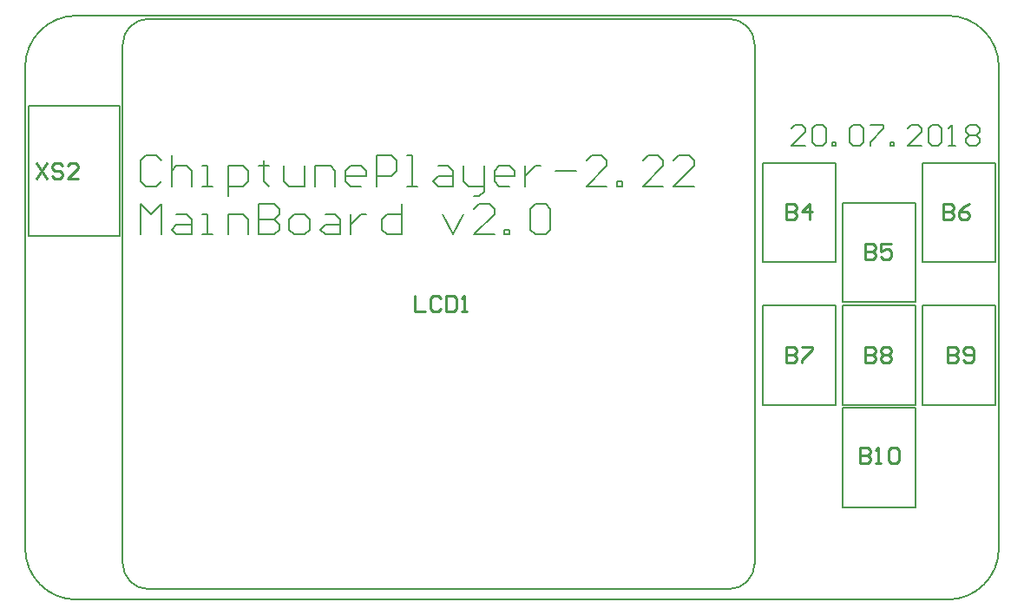
<source format=gto>
G04 Layer_Color=65535*
%FSLAX44Y44*%
%MOMM*%
G71*
G01*
G75*
%ADD12C,0.2000*%
%ADD60C,0.1500*%
%ADD61C,0.2540*%
D12*
X761079Y443000D02*
X747750D01*
X761079Y456329D01*
Y459661D01*
X757747Y462994D01*
X751082D01*
X747750Y459661D01*
X767744D02*
X771076Y462994D01*
X777740D01*
X781073Y459661D01*
Y446332D01*
X777740Y443000D01*
X771076D01*
X767744Y446332D01*
Y459661D01*
X787737Y443000D02*
Y446332D01*
X791069D01*
Y443000D01*
X787737D01*
X804398Y459661D02*
X807731Y462994D01*
X814395D01*
X817727Y459661D01*
Y446332D01*
X814395Y443000D01*
X807731D01*
X804398Y446332D01*
Y459661D01*
X824392Y462994D02*
X837721D01*
Y459661D01*
X824392Y446332D01*
Y443000D01*
X844386D02*
Y446332D01*
X847718D01*
Y443000D01*
X844386D01*
X874376D02*
X861047D01*
X874376Y456329D01*
Y459661D01*
X871044Y462994D01*
X864379D01*
X861047Y459661D01*
X881040D02*
X884373Y462994D01*
X891037D01*
X894369Y459661D01*
Y446332D01*
X891037Y443000D01*
X884373D01*
X881040Y446332D01*
Y459661D01*
X901034Y443000D02*
X907698D01*
X904366D01*
Y462994D01*
X901034Y459661D01*
X917695D02*
X921027Y462994D01*
X927692D01*
X931024Y459661D01*
Y456329D01*
X927692Y452997D01*
X931024Y449664D01*
Y446332D01*
X927692Y443000D01*
X921027D01*
X917695Y446332D01*
Y449664D01*
X921027Y452997D01*
X917695Y456329D01*
Y459661D01*
X921027Y452997D02*
X927692D01*
X132744Y428492D02*
X127745Y433490D01*
X117748D01*
X112750Y428492D01*
Y408498D01*
X117748Y403500D01*
X127745D01*
X132744Y408498D01*
X142740Y433490D02*
Y403500D01*
Y418495D01*
X147739Y423493D01*
X157735D01*
X162734Y418495D01*
Y403500D01*
X172731D02*
X182727D01*
X177729D01*
Y423493D01*
X172731D01*
X197722Y393503D02*
Y423493D01*
X212718D01*
X217716Y418495D01*
Y408498D01*
X212718Y403500D01*
X197722D01*
X232711Y428492D02*
Y423493D01*
X227713D01*
X237710D01*
X232711D01*
Y408498D01*
X237710Y403500D01*
X252705Y423493D02*
Y408498D01*
X257703Y403500D01*
X272698D01*
Y423493D01*
X282695Y403500D02*
Y423493D01*
X297690D01*
X302689Y418495D01*
Y403500D01*
X327680D02*
X317684D01*
X312685Y408498D01*
Y418495D01*
X317684Y423493D01*
X327680D01*
X332679Y418495D01*
Y413497D01*
X312685D01*
X342676Y403500D02*
Y433490D01*
X357671D01*
X362669Y428492D01*
Y418495D01*
X357671Y413497D01*
X342676D01*
X372666Y403500D02*
X382663D01*
X377664D01*
Y433490D01*
X372666D01*
X402656Y423493D02*
X412653D01*
X417651Y418495D01*
Y403500D01*
X402656D01*
X397658Y408498D01*
X402656Y413497D01*
X417651D01*
X427648Y423493D02*
Y408498D01*
X432646Y403500D01*
X447642D01*
Y398502D01*
X442643Y393503D01*
X437645D01*
X447642Y403500D02*
Y423493D01*
X472634Y403500D02*
X462637D01*
X457638Y408498D01*
Y418495D01*
X462637Y423493D01*
X472634D01*
X477632Y418495D01*
Y413497D01*
X457638D01*
X487629Y423493D02*
Y403500D01*
Y413497D01*
X492627Y418495D01*
X497625Y423493D01*
X502624D01*
X517619Y418495D02*
X537612D01*
X567603Y403500D02*
X547609D01*
X567603Y423493D01*
Y428492D01*
X562604Y433490D01*
X552608D01*
X547609Y428492D01*
X577599Y403500D02*
Y408498D01*
X582598D01*
Y403500D01*
X577599D01*
X622585D02*
X602591D01*
X622585Y423493D01*
Y428492D01*
X617587Y433490D01*
X607590D01*
X602591Y428492D01*
X652575Y403500D02*
X632582D01*
X652575Y423493D01*
Y428492D01*
X647577Y433490D01*
X637580D01*
X632582Y428492D01*
X112750Y356250D02*
Y386240D01*
X122747Y376244D01*
X132744Y386240D01*
Y356250D01*
X147739Y376244D02*
X157735D01*
X162734Y371245D01*
Y356250D01*
X147739D01*
X142740Y361248D01*
X147739Y366247D01*
X162734D01*
X172731Y356250D02*
X182727D01*
X177729D01*
Y376244D01*
X172731D01*
X197722Y356250D02*
Y376244D01*
X212718D01*
X217716Y371245D01*
Y356250D01*
X227713Y386240D02*
Y356250D01*
X242708D01*
X247706Y361248D01*
Y366247D01*
X242708Y371245D01*
X227713D01*
X242708D01*
X247706Y376244D01*
Y381242D01*
X242708Y386240D01*
X227713D01*
X262701Y356250D02*
X272698D01*
X277697Y361248D01*
Y371245D01*
X272698Y376244D01*
X262701D01*
X257703Y371245D01*
Y361248D01*
X262701Y356250D01*
X292692Y376244D02*
X302689D01*
X307687Y371245D01*
Y356250D01*
X292692D01*
X287693Y361248D01*
X292692Y366247D01*
X307687D01*
X317684Y376244D02*
Y356250D01*
Y366247D01*
X322682Y371245D01*
X327680Y376244D01*
X332679D01*
X367668Y386240D02*
Y356250D01*
X352672D01*
X347674Y361248D01*
Y371245D01*
X352672Y376244D01*
X367668D01*
X407654D02*
X417651Y356250D01*
X427648Y376244D01*
X457638Y356250D02*
X437645D01*
X457638Y376244D01*
Y381242D01*
X452640Y386240D01*
X442643D01*
X437645Y381242D01*
X467635Y356250D02*
Y361248D01*
X472634D01*
Y356250D01*
X467635D01*
X492627Y381242D02*
X497625Y386240D01*
X507622D01*
X512621Y381242D01*
Y361248D01*
X507622Y356250D01*
X497625D01*
X492627Y361248D01*
Y381242D01*
D60*
X950000Y520000D02*
G03*
X900000Y570000I-50000J0D01*
G01*
Y0D02*
G03*
X950000Y50000I-0J50000D01*
G01*
X0D02*
G03*
X50000Y0I50000J0D01*
G01*
Y570000D02*
G03*
X0Y520000I0J-50000D01*
G01*
X711700Y541825D02*
G03*
X686700Y566825I-25000J0D01*
G01*
X120200D02*
G03*
X95200Y541825I0J-25000D01*
G01*
Y35325D02*
G03*
X120200Y10325I25000J0D01*
G01*
X686700D02*
G03*
X711700Y35325I0J25000D01*
G01*
X50000Y570000D02*
X900000D01*
X950000Y50000D02*
Y520000D01*
X50000Y0D02*
X900000D01*
X0Y50000D02*
Y520000D01*
X719500Y426250D02*
X791000D01*
Y329250D02*
Y426250D01*
X719500Y329250D02*
Y426250D01*
Y329250D02*
X791000D01*
X797500Y387250D02*
X869000D01*
Y290250D02*
Y387250D01*
X797500Y290250D02*
Y387250D01*
Y290250D02*
X869000D01*
X875500Y426250D02*
X947000D01*
Y329250D02*
Y426250D01*
X875500Y329250D02*
Y426250D01*
Y329250D02*
X947000D01*
X719500Y287250D02*
X791000D01*
Y190250D02*
Y287250D01*
X719500Y190250D02*
Y287250D01*
Y190250D02*
X791000D01*
X797500Y287250D02*
X869000D01*
Y190250D02*
Y287250D01*
X797500Y190250D02*
Y287250D01*
Y190250D02*
X869000D01*
X875500Y287250D02*
X947000D01*
Y190250D02*
Y287250D01*
X875500Y190250D02*
Y287250D01*
Y190250D02*
X947000D01*
X797500Y187250D02*
X869000D01*
Y90250D02*
Y187250D01*
X797500Y90250D02*
Y187250D01*
Y90250D02*
X869000D01*
X120200Y566825D02*
X686700D01*
X95150Y35375D02*
Y541775D01*
X120200Y10325D02*
X686700D01*
X711700Y35325D02*
Y541825D01*
X75897Y355250D02*
X92647D01*
Y481750D01*
X3647D02*
X92647D01*
X3647Y364750D02*
Y481750D01*
Y355250D02*
X72397D01*
X3647D02*
Y364750D01*
X72397Y355250D02*
X75897D01*
D61*
X742250Y386485D02*
Y371250D01*
X749868D01*
X752407Y373789D01*
Y376328D01*
X749868Y378867D01*
X742250D01*
X749868D01*
X752407Y381407D01*
Y383946D01*
X749868Y386485D01*
X742250D01*
X765103Y371250D02*
Y386485D01*
X757485Y378867D01*
X767642D01*
X819250Y347485D02*
Y332250D01*
X826868D01*
X829407Y334789D01*
Y337328D01*
X826868Y339868D01*
X819250D01*
X826868D01*
X829407Y342407D01*
Y344946D01*
X826868Y347485D01*
X819250D01*
X844642D02*
X834485D01*
Y339868D01*
X839563Y342407D01*
X842103D01*
X844642Y339868D01*
Y334789D01*
X842103Y332250D01*
X837024D01*
X834485Y334789D01*
X895750Y386485D02*
Y371250D01*
X903367D01*
X905907Y373789D01*
Y376328D01*
X903367Y378867D01*
X895750D01*
X903367D01*
X905907Y381407D01*
Y383946D01*
X903367Y386485D01*
X895750D01*
X921142D02*
X916063Y383946D01*
X910985Y378867D01*
Y373789D01*
X913524Y371250D01*
X918603D01*
X921142Y373789D01*
Y376328D01*
X918603Y378867D01*
X910985D01*
X742500Y246235D02*
Y231000D01*
X750117D01*
X752657Y233539D01*
Y236078D01*
X750117Y238617D01*
X742500D01*
X750117D01*
X752657Y241157D01*
Y243696D01*
X750117Y246235D01*
X742500D01*
X757735D02*
X767892D01*
Y243696D01*
X757735Y233539D01*
Y231000D01*
X819250Y246235D02*
Y231000D01*
X826868D01*
X829407Y233539D01*
Y236078D01*
X826868Y238617D01*
X819250D01*
X826868D01*
X829407Y241157D01*
Y243696D01*
X826868Y246235D01*
X819250D01*
X834485Y243696D02*
X837024Y246235D01*
X842103D01*
X844642Y243696D01*
Y241157D01*
X842103Y238617D01*
X844642Y236078D01*
Y233539D01*
X842103Y231000D01*
X837024D01*
X834485Y233539D01*
Y236078D01*
X837024Y238617D01*
X834485Y241157D01*
Y243696D01*
X837024Y238617D02*
X842103D01*
X899750Y246235D02*
Y231000D01*
X907367D01*
X909907Y233539D01*
Y236078D01*
X907367Y238617D01*
X899750D01*
X907367D01*
X909907Y241157D01*
Y243696D01*
X907367Y246235D01*
X899750D01*
X914985Y233539D02*
X917524Y231000D01*
X922603D01*
X925142Y233539D01*
Y243696D01*
X922603Y246235D01*
X917524D01*
X914985Y243696D01*
Y241157D01*
X917524Y238617D01*
X925142D01*
X814500Y147985D02*
Y132750D01*
X822117D01*
X824657Y135289D01*
Y137828D01*
X822117Y140367D01*
X814500D01*
X822117D01*
X824657Y142907D01*
Y145446D01*
X822117Y147985D01*
X814500D01*
X829735Y132750D02*
X834813D01*
X832274D01*
Y147985D01*
X829735Y145446D01*
X842431D02*
X844970Y147985D01*
X850049D01*
X852588Y145446D01*
Y135289D01*
X850049Y132750D01*
X844970D01*
X842431Y135289D01*
Y145446D01*
X380250Y296735D02*
Y281500D01*
X390407D01*
X405642Y294196D02*
X403103Y296735D01*
X398024D01*
X395485Y294196D01*
Y284039D01*
X398024Y281500D01*
X403103D01*
X405642Y284039D01*
X410720Y296735D02*
Y281500D01*
X418338D01*
X420877Y284039D01*
Y294196D01*
X418338Y296735D01*
X410720D01*
X425955Y281500D02*
X431034D01*
X428494D01*
Y296735D01*
X425955Y294196D01*
X11147Y425985D02*
X21304Y410750D01*
Y425985D02*
X11147Y410750D01*
X36539Y423446D02*
X34000Y425985D01*
X28922D01*
X26382Y423446D01*
Y420907D01*
X28922Y418368D01*
X34000D01*
X36539Y415828D01*
Y413289D01*
X34000Y410750D01*
X28922D01*
X26382Y413289D01*
X51774Y410750D02*
X41617D01*
X51774Y420907D01*
Y423446D01*
X49235Y425985D01*
X44157D01*
X41617Y423446D01*
M02*

</source>
